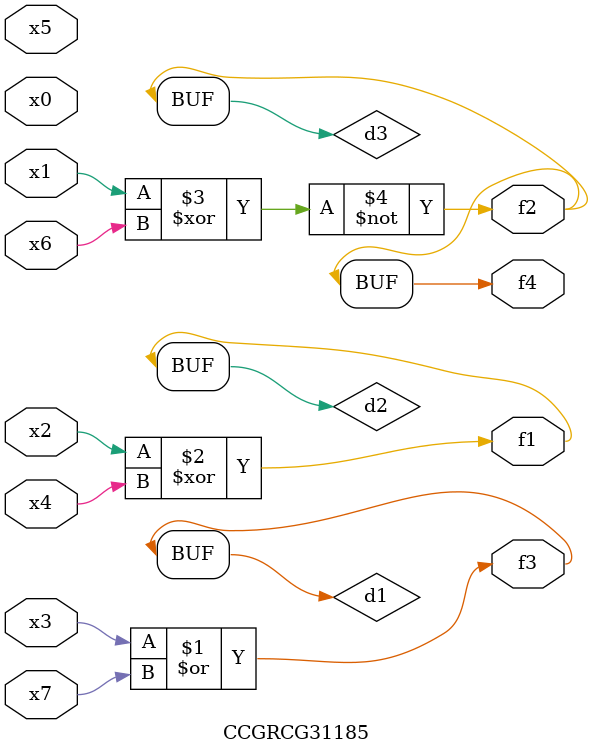
<source format=v>
module CCGRCG31185(
	input x0, x1, x2, x3, x4, x5, x6, x7,
	output f1, f2, f3, f4
);

	wire d1, d2, d3;

	or (d1, x3, x7);
	xor (d2, x2, x4);
	xnor (d3, x1, x6);
	assign f1 = d2;
	assign f2 = d3;
	assign f3 = d1;
	assign f4 = d3;
endmodule

</source>
